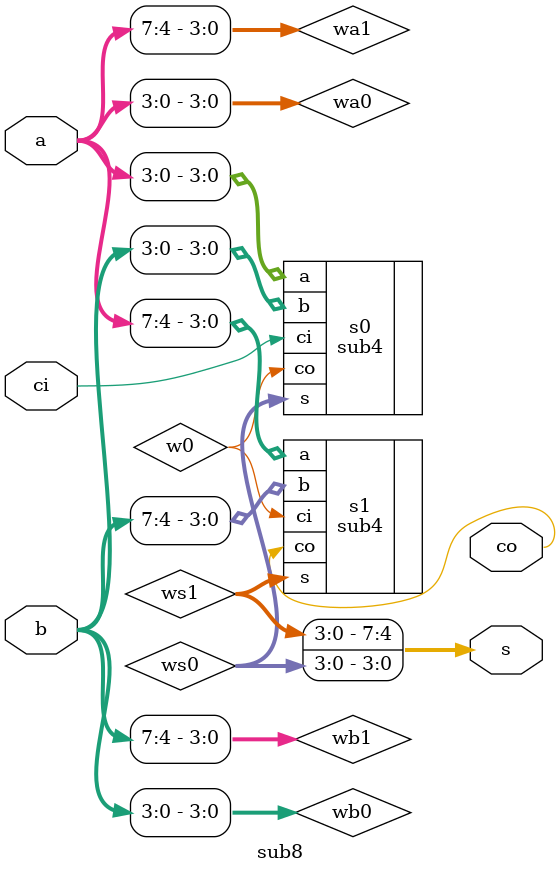
<source format=v>
`timescale 1ns/1ns

module sub8(a, b, ci, co, s);   /* define module */
	input  [7:0] a, b;			/* input port (8bit) */
	input        ci;            /* input port (1bit) */
	output       co;            /* output port (1bit) */
	output [7:0] s;             /* output port (8bit) */
	wire         w0;            /* wire (1bit) */
	wire   [3:0] wa0, wb0, ws0; /* wire (4bit) */
	wire   [3:0] wa1, wb1, ws1; /* wire (4bit) */
	
	/* assign wire */
	assign wa0 = a[3:0];
	assign wa1 = a[7:4];
	assign wb0 = b[3:0];
	assign wb1 = b[7:4];
	
	/* connect pre-difined module */
	sub4 s0(.a(wa0), .b(wb0), .ci(ci), .co(w0), .s(ws0));
	sub4 s1(.a(wa1), .b(wb1), .ci(w0), .co(co), .s(ws1));
	
	/* assing output */
	assign s = { ws1, ws0 };
	
endmodule

</source>
